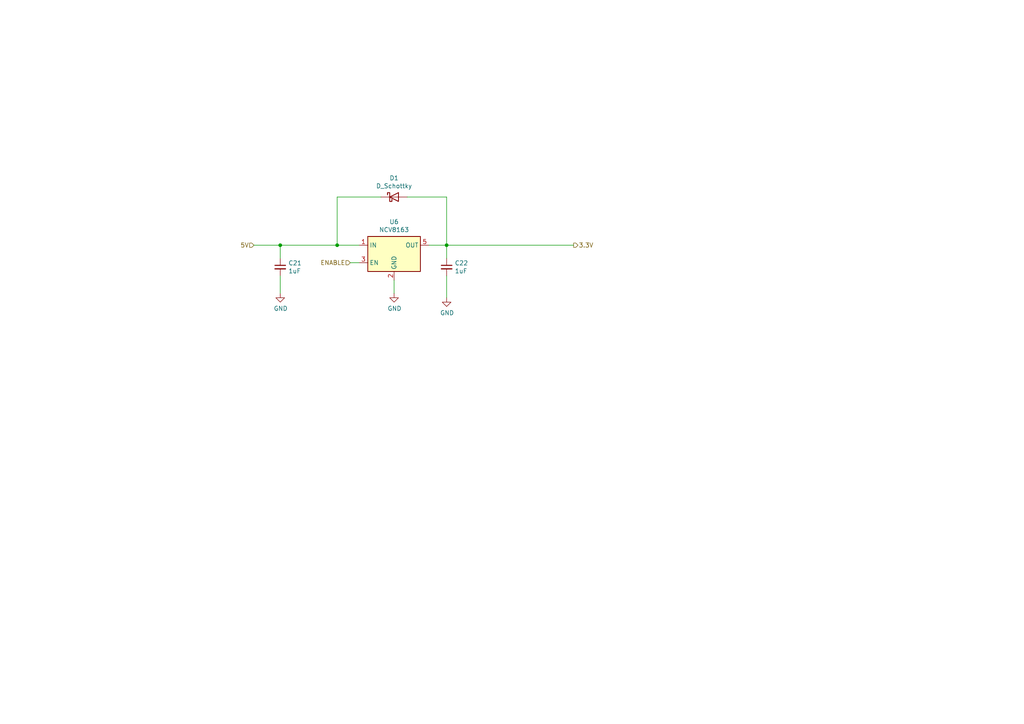
<source format=kicad_sch>
(kicad_sch (version 20230121) (generator eeschema)
  (paper "A4")
  (title_block (title "RAMN: Resistant Automotive Miniature Network V1.0") (date "2024-02-20") (rev "B2L") (company "Copyright (c) 2024 TOYOTA MOTOR CORPORATION. ALL RIGHTS RESERVED.") (comment 3 "License: CC BY-SA 4.0") (comment 4 "https://github.com/toyotainfotech/ramn"))
  (lib_symbols
    (symbol "Device:C_Small" (pin_numbers hide) (pin_names (offset 0.254) hide)
      (property "Reference" "C" (at 0.254 1.778 0))
      (property "Value" "C_Small" (at 0.254 -2.032 0))
      (symbol "C_Small_0_1"
        (polyline (pts (xy -1.524 -0.508) (xy 1.524 -0.508)) (stroke (width 0.3302)))
        (polyline (pts (xy -1.524 0.508) (xy 1.524 0.508)) (stroke (width 0.3048)))
      )
      (symbol "C_Small_1_1"
        (pin passive line (at 0 2.54 270) (length 2.032) (name "~") (number "1"))
        (pin passive line (at 0 -2.54 90) (length 2.032) (name "~") (number "2"))
      )
    )
    (symbol "Device:D_Schottky" (pin_numbers hide) (pin_names (offset 1.016) hide)
      (property "Reference" "D" (at 0 2.54 0))
      (property "Value" "D_Schottky" (at 0 -2.54 0))
      (symbol "D_Schottky_0_1"
        (polyline (pts (xy 1.27 0) (xy -1.27 0)))
        (polyline (pts (xy 1.27 1.27) (xy 1.27 -1.27) (xy -1.27 0) (xy 1.27 1.27)) (stroke (width 0.254)))
        (polyline (pts (xy -1.905 0.635) (xy -1.905 1.27) (xy -1.27 1.27) (xy -1.27 -1.27) (xy -0.635 -1.27) (xy -0.635 -0.635)) (stroke (width 0.254)))
      )
      (symbol "D_Schottky_1_1"
        (pin passive line (at -3.81 0 0) (length 2.54) (name "K") (number "1"))
        (pin passive line (at 3.81 0 180) (length 2.54) (name "A") (number "2"))
      )
    )
    (symbol "Regulator_Linear:NCV8114ASN120T1G"
      (property "Reference" "U" (at 0 8.89 0))
      (property "Value" "NCV8114ASN120T1G" (at 0 6.35 0))
      (symbol "NCV8114ASN120T1G_0_1"
        (rectangle (start -7.62 5.08) (end 7.62 -5.08) (stroke (width 0.254)) (fill (type background)))
      )
      (symbol "NCV8114ASN120T1G_1_1"
        (pin power_in line (at -10.16 2.54 0) (length 2.54) (name "IN") (number "1"))
        (pin power_in line (at 0 -7.62 90) (length 2.54) (name "GND") (number "2"))
        (pin input line (at -10.16 -2.54 0) (length 2.54) (name "EN") (number "3"))
        (pin no_connect line (at 7.62 -2.54 180) (length 2.54) hide (name "NC") (number "4"))
        (pin power_out line (at 10.16 2.54 180) (length 2.54) (name "OUT") (number "5"))
      )
    )
    (symbol "power:GND" (power) (pin_names (offset 0))
      (property "Value" "GND" (at 0 -3.81 0))
      (symbol "GND_0_1"
        (polyline (pts (xy 0 0) (xy 0 -1.27) (xy 1.27 -1.27) (xy 0 -2.54) (xy -1.27 -1.27) (xy 0 -1.27)))
      )
      (symbol "GND_1_1"
        (pin power_in line (at 0 0 270) (length 0) hide (name "GND") (number "1"))
      )
    )
  )
  (junction (at 81.28 71.12))
  (junction (at 129.54 71.12))
  (junction (at 97.79 71.12))
  (wire (pts (xy 97.79 71.12) (xy 104.14 71.12)))
  (wire (pts (xy 118.11 57.15) (xy 129.54 57.15)))
  (wire (pts (xy 129.54 57.15) (xy 129.54 71.12)))
  (wire (pts (xy 104.14 76.2) (xy 101.6 76.2)))
  (wire (pts (xy 81.28 71.12) (xy 97.79 71.12)))
  (wire (pts (xy 129.54 80.01) (xy 129.54 86.36)))
  (wire (pts (xy 110.49 57.15) (xy 97.79 57.15)))
  (wire (pts (xy 129.54 74.93) (xy 129.54 71.12)))
  (wire (pts (xy 97.79 57.15) (xy 97.79 71.12)))
  (wire (pts (xy 166.37 71.12) (xy 129.54 71.12)))
  (wire (pts (xy 81.28 74.93) (xy 81.28 71.12)))
  (wire (pts (xy 124.46 71.12) (xy 129.54 71.12)))
  (wire (pts (xy 114.3 81.28) (xy 114.3 85.09)))
  (wire (pts (xy 73.66 71.12) (xy 81.28 71.12)))
  (wire (pts (xy 81.28 80.01) (xy 81.28 85.09)))
  (hierarchical_label "5V" (shape input) (at 73.66 71.12 180))
  (hierarchical_label "ENABLE" (shape input) (at 101.6 76.2 180))
  (hierarchical_label "3.3V" (shape output) (at 166.37 71.12 0))
  (symbol (lib_id "Regulator_Linear:NCV8114ASN120T1G") (at 114.3 73.66 0) (unit 1)
    (property "Reference" "U?" (at 114.3 64.3382 0))
    (property "Value" "NCV8163" (at 114.3 66.6496 0))
    (property "Footprint" "Package_SO:TSOP-5_1.65x3.05mm_P0.95mm" (effects hide))
    (instances (project "ramn" (path "" (reference "U6") (unit 1)) (path "" (reference "U12") (unit 1)) (path "" (reference "U3") (unit 1)) (path "" (reference "U?") (unit 1)) (path "" (reference "U9") (unit 1))))
  )
  (symbol (lib_id "Device:C_Small") (at 81.28 77.47 0) (unit 1)
    (property "Reference" "C?" (at 83.6168 76.3016 0) (effects (justify left)))
    (property "Value" "1uF" (at 83.6168 78.613 0) (effects (justify left)))
    (property "Footprint" "Capacitor_SMD:C_1206_3216Metric" (effects hide))
    (instances (project "ramn" (path "" (reference "C21") (unit 1)) (path "" (reference "C41") (unit 1)) (path "" (reference "C11") (unit 1)) (path "" (reference "C?") (unit 1)) (path "" (reference "C31") (unit 1))))
  )
  (symbol (lib_id "Device:C_Small") (at 129.54 77.47 0) (unit 1)
    (property "Reference" "C?" (at 131.8768 76.3016 0) (effects (justify left)))
    (property "Value" "1uF" (at 131.8768 78.613 0) (effects (justify left)))
    (property "Footprint" "Capacitor_SMD:C_1206_3216Metric" (effects hide))
    (instances (project "ramn" (path "" (reference "C22") (unit 1)) (path "" (reference "C42") (unit 1)) (path "" (reference "C12") (unit 1)) (path "" (reference "C?") (unit 1)) (path "" (reference "C32") (unit 1))))
  )
  (symbol (lib_id "power:GND") (at 114.3 85.09 0) (unit 1)
    (property "Reference" "#PWR?" (effects hide))
    (property "Value" "GND" (at 114.427 89.4842 0))
    (instances (project "ramn" (path "" (reference "#PWR041") (unit 1)) (path "" (reference "#PWR079") (unit 1)) (path "" (reference "#PWR022") (unit 1)) (path "" (reference "#PWR?") (unit 1)) (path "" (reference "#PWR060") (unit 1))))
  )
  (symbol (lib_id "power:GND") (at 129.54 86.36 0) (unit 1)
    (property "Reference" "#PWR?" (effects hide))
    (property "Value" "GND" (at 129.667 90.7542 0))
    (instances (project "ramn" (path "" (reference "#PWR042") (unit 1)) (path "" (reference "#PWR080") (unit 1)) (path "" (reference "#PWR023") (unit 1)) (path "" (reference "#PWR?") (unit 1)) (path "" (reference "#PWR061") (unit 1))))
  )
  (symbol (lib_id "power:GND") (at 81.28 85.09 0) (unit 1)
    (property "Reference" "#PWR?" (effects hide))
    (property "Value" "GND" (at 81.407 89.4842 0))
    (instances (project "ramn" (path "" (reference "#PWR040") (unit 1)) (path "" (reference "#PWR078") (unit 1)) (path "" (reference "#PWR021") (unit 1)) (path "" (reference "#PWR?") (unit 1)) (path "" (reference "#PWR059") (unit 1))))
  )
  (symbol (lib_id "Device:D_Schottky") (at 114.3 57.15 0) (unit 1)
    (property "Reference" "D1" (at 114.3 51.6382 0))
    (property "Value" "D_Schottky" (at 114.3 53.9496 0))
    (property "Footprint" "Diode_SMD:D_SOD-523" (effects hide))
    (instances (project "ramn" (path "" (reference "D1") (unit 1)) (path "" (reference "D3") (unit 1)) (path "" (reference "D?") (unit 1)) (path "" (reference "D4") (unit 1)) (path "" (reference "D2") (unit 1))))
  )
)
</source>
